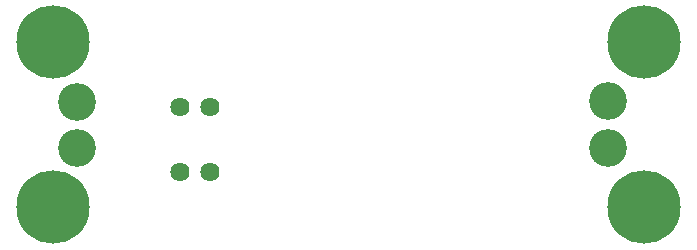
<source format=gbr>
G04 EAGLE Gerber RS-274X export*
G75*
%MOMM*%
%FSLAX34Y34*%
%LPD*%
%INSoldermask Bottom*%
%IPPOS*%
%AMOC8*
5,1,8,0,0,1.08239X$1,22.5*%
G01*
%ADD10C,1.625600*%
%ADD11C,3.203200*%
%ADD12C,6.203200*%


D10*
X172400Y70000D03*
X147000Y70000D03*
X147200Y124600D03*
X172600Y124600D03*
D11*
X59700Y129500D03*
X510000Y130000D03*
D12*
X40000Y180000D03*
X40000Y40000D03*
X540000Y40000D03*
X540000Y180000D03*
D11*
X510000Y90000D03*
X60000Y90000D03*
M02*

</source>
